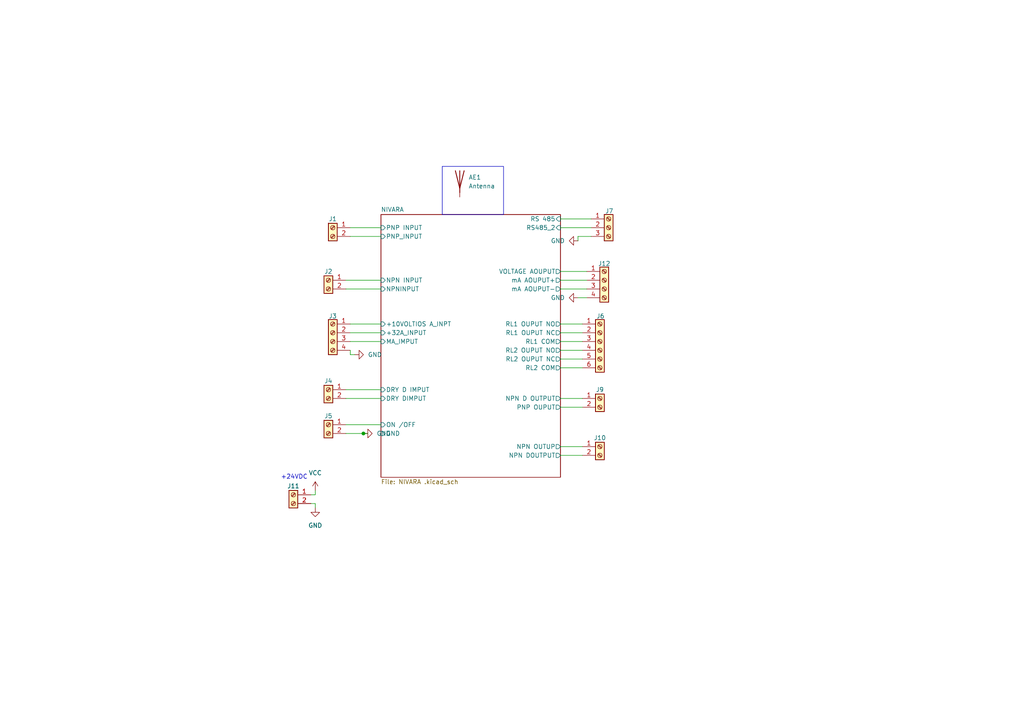
<source format=kicad_sch>
(kicad_sch
	(version 20250114)
	(generator "eeschema")
	(generator_version "9.0")
	(uuid "ff64f013-32cc-4b27-a03f-45a540688198")
	(paper "A4")
	(lib_symbols
		(symbol "Connector:Screw_Terminal_01x02"
			(pin_names
				(offset 1.016)
				(hide yes)
			)
			(exclude_from_sim no)
			(in_bom yes)
			(on_board yes)
			(property "Reference" "J"
				(at 0 2.54 0)
				(effects
					(font
						(size 1.27 1.27)
					)
				)
			)
			(property "Value" "Screw_Terminal_01x02"
				(at 0 -5.08 0)
				(effects
					(font
						(size 1.27 1.27)
					)
				)
			)
			(property "Footprint" ""
				(at 0 0 0)
				(effects
					(font
						(size 1.27 1.27)
					)
					(hide yes)
				)
			)
			(property "Datasheet" "~"
				(at 0 0 0)
				(effects
					(font
						(size 1.27 1.27)
					)
					(hide yes)
				)
			)
			(property "Description" "Generic screw terminal, single row, 01x02, script generated (kicad-library-utils/schlib/autogen/connector/)"
				(at 0 0 0)
				(effects
					(font
						(size 1.27 1.27)
					)
					(hide yes)
				)
			)
			(property "ki_keywords" "screw terminal"
				(at 0 0 0)
				(effects
					(font
						(size 1.27 1.27)
					)
					(hide yes)
				)
			)
			(property "ki_fp_filters" "TerminalBlock*:*"
				(at 0 0 0)
				(effects
					(font
						(size 1.27 1.27)
					)
					(hide yes)
				)
			)
			(symbol "Screw_Terminal_01x02_1_1"
				(rectangle
					(start -1.27 1.27)
					(end 1.27 -3.81)
					(stroke
						(width 0.254)
						(type default)
					)
					(fill
						(type background)
					)
				)
				(polyline
					(pts
						(xy -0.5334 0.3302) (xy 0.3302 -0.508)
					)
					(stroke
						(width 0.1524)
						(type default)
					)
					(fill
						(type none)
					)
				)
				(polyline
					(pts
						(xy -0.5334 -2.2098) (xy 0.3302 -3.048)
					)
					(stroke
						(width 0.1524)
						(type default)
					)
					(fill
						(type none)
					)
				)
				(polyline
					(pts
						(xy -0.3556 0.508) (xy 0.508 -0.3302)
					)
					(stroke
						(width 0.1524)
						(type default)
					)
					(fill
						(type none)
					)
				)
				(polyline
					(pts
						(xy -0.3556 -2.032) (xy 0.508 -2.8702)
					)
					(stroke
						(width 0.1524)
						(type default)
					)
					(fill
						(type none)
					)
				)
				(circle
					(center 0 0)
					(radius 0.635)
					(stroke
						(width 0.1524)
						(type default)
					)
					(fill
						(type none)
					)
				)
				(circle
					(center 0 -2.54)
					(radius 0.635)
					(stroke
						(width 0.1524)
						(type default)
					)
					(fill
						(type none)
					)
				)
				(pin passive line
					(at -5.08 0 0)
					(length 3.81)
					(name "Pin_1"
						(effects
							(font
								(size 1.27 1.27)
							)
						)
					)
					(number "1"
						(effects
							(font
								(size 1.27 1.27)
							)
						)
					)
				)
				(pin passive line
					(at -5.08 -2.54 0)
					(length 3.81)
					(name "Pin_2"
						(effects
							(font
								(size 1.27 1.27)
							)
						)
					)
					(number "2"
						(effects
							(font
								(size 1.27 1.27)
							)
						)
					)
				)
			)
			(embedded_fonts no)
		)
		(symbol "Connector:Screw_Terminal_01x03"
			(pin_names
				(offset 1.016)
				(hide yes)
			)
			(exclude_from_sim no)
			(in_bom yes)
			(on_board yes)
			(property "Reference" "J"
				(at 0 5.08 0)
				(effects
					(font
						(size 1.27 1.27)
					)
				)
			)
			(property "Value" "Screw_Terminal_01x03"
				(at 0 -5.08 0)
				(effects
					(font
						(size 1.27 1.27)
					)
				)
			)
			(property "Footprint" ""
				(at 0 0 0)
				(effects
					(font
						(size 1.27 1.27)
					)
					(hide yes)
				)
			)
			(property "Datasheet" "~"
				(at 0 0 0)
				(effects
					(font
						(size 1.27 1.27)
					)
					(hide yes)
				)
			)
			(property "Description" "Generic screw terminal, single row, 01x03, script generated (kicad-library-utils/schlib/autogen/connector/)"
				(at 0 0 0)
				(effects
					(font
						(size 1.27 1.27)
					)
					(hide yes)
				)
			)
			(property "ki_keywords" "screw terminal"
				(at 0 0 0)
				(effects
					(font
						(size 1.27 1.27)
					)
					(hide yes)
				)
			)
			(property "ki_fp_filters" "TerminalBlock*:*"
				(at 0 0 0)
				(effects
					(font
						(size 1.27 1.27)
					)
					(hide yes)
				)
			)
			(symbol "Screw_Terminal_01x03_1_1"
				(rectangle
					(start -1.27 3.81)
					(end 1.27 -3.81)
					(stroke
						(width 0.254)
						(type default)
					)
					(fill
						(type background)
					)
				)
				(polyline
					(pts
						(xy -0.5334 2.8702) (xy 0.3302 2.032)
					)
					(stroke
						(width 0.1524)
						(type default)
					)
					(fill
						(type none)
					)
				)
				(polyline
					(pts
						(xy -0.5334 0.3302) (xy 0.3302 -0.508)
					)
					(stroke
						(width 0.1524)
						(type default)
					)
					(fill
						(type none)
					)
				)
				(polyline
					(pts
						(xy -0.5334 -2.2098) (xy 0.3302 -3.048)
					)
					(stroke
						(width 0.1524)
						(type default)
					)
					(fill
						(type none)
					)
				)
				(polyline
					(pts
						(xy -0.3556 3.048) (xy 0.508 2.2098)
					)
					(stroke
						(width 0.1524)
						(type default)
					)
					(fill
						(type none)
					)
				)
				(polyline
					(pts
						(xy -0.3556 0.508) (xy 0.508 -0.3302)
					)
					(stroke
						(width 0.1524)
						(type default)
					)
					(fill
						(type none)
					)
				)
				(polyline
					(pts
						(xy -0.3556 -2.032) (xy 0.508 -2.8702)
					)
					(stroke
						(width 0.1524)
						(type default)
					)
					(fill
						(type none)
					)
				)
				(circle
					(center 0 2.54)
					(radius 0.635)
					(stroke
						(width 0.1524)
						(type default)
					)
					(fill
						(type none)
					)
				)
				(circle
					(center 0 0)
					(radius 0.635)
					(stroke
						(width 0.1524)
						(type default)
					)
					(fill
						(type none)
					)
				)
				(circle
					(center 0 -2.54)
					(radius 0.635)
					(stroke
						(width 0.1524)
						(type default)
					)
					(fill
						(type none)
					)
				)
				(pin passive line
					(at -5.08 2.54 0)
					(length 3.81)
					(name "Pin_1"
						(effects
							(font
								(size 1.27 1.27)
							)
						)
					)
					(number "1"
						(effects
							(font
								(size 1.27 1.27)
							)
						)
					)
				)
				(pin passive line
					(at -5.08 0 0)
					(length 3.81)
					(name "Pin_2"
						(effects
							(font
								(size 1.27 1.27)
							)
						)
					)
					(number "2"
						(effects
							(font
								(size 1.27 1.27)
							)
						)
					)
				)
				(pin passive line
					(at -5.08 -2.54 0)
					(length 3.81)
					(name "Pin_3"
						(effects
							(font
								(size 1.27 1.27)
							)
						)
					)
					(number "3"
						(effects
							(font
								(size 1.27 1.27)
							)
						)
					)
				)
			)
			(embedded_fonts no)
		)
		(symbol "Connector:Screw_Terminal_01x04"
			(pin_names
				(offset 1.016)
				(hide yes)
			)
			(exclude_from_sim no)
			(in_bom yes)
			(on_board yes)
			(property "Reference" "J"
				(at 0 5.08 0)
				(effects
					(font
						(size 1.27 1.27)
					)
				)
			)
			(property "Value" "Screw_Terminal_01x04"
				(at 0 -7.62 0)
				(effects
					(font
						(size 1.27 1.27)
					)
				)
			)
			(property "Footprint" ""
				(at 0 0 0)
				(effects
					(font
						(size 1.27 1.27)
					)
					(hide yes)
				)
			)
			(property "Datasheet" "~"
				(at 0 0 0)
				(effects
					(font
						(size 1.27 1.27)
					)
					(hide yes)
				)
			)
			(property "Description" "Generic screw terminal, single row, 01x04, script generated (kicad-library-utils/schlib/autogen/connector/)"
				(at 0 0 0)
				(effects
					(font
						(size 1.27 1.27)
					)
					(hide yes)
				)
			)
			(property "ki_keywords" "screw terminal"
				(at 0 0 0)
				(effects
					(font
						(size 1.27 1.27)
					)
					(hide yes)
				)
			)
			(property "ki_fp_filters" "TerminalBlock*:*"
				(at 0 0 0)
				(effects
					(font
						(size 1.27 1.27)
					)
					(hide yes)
				)
			)
			(symbol "Screw_Terminal_01x04_1_1"
				(rectangle
					(start -1.27 3.81)
					(end 1.27 -6.35)
					(stroke
						(width 0.254)
						(type default)
					)
					(fill
						(type background)
					)
				)
				(polyline
					(pts
						(xy -0.5334 2.8702) (xy 0.3302 2.032)
					)
					(stroke
						(width 0.1524)
						(type default)
					)
					(fill
						(type none)
					)
				)
				(polyline
					(pts
						(xy -0.5334 0.3302) (xy 0.3302 -0.508)
					)
					(stroke
						(width 0.1524)
						(type default)
					)
					(fill
						(type none)
					)
				)
				(polyline
					(pts
						(xy -0.5334 -2.2098) (xy 0.3302 -3.048)
					)
					(stroke
						(width 0.1524)
						(type default)
					)
					(fill
						(type none)
					)
				)
				(polyline
					(pts
						(xy -0.5334 -4.7498) (xy 0.3302 -5.588)
					)
					(stroke
						(width 0.1524)
						(type default)
					)
					(fill
						(type none)
					)
				)
				(polyline
					(pts
						(xy -0.3556 3.048) (xy 0.508 2.2098)
					)
					(stroke
						(width 0.1524)
						(type default)
					)
					(fill
						(type none)
					)
				)
				(polyline
					(pts
						(xy -0.3556 0.508) (xy 0.508 -0.3302)
					)
					(stroke
						(width 0.1524)
						(type default)
					)
					(fill
						(type none)
					)
				)
				(polyline
					(pts
						(xy -0.3556 -2.032) (xy 0.508 -2.8702)
					)
					(stroke
						(width 0.1524)
						(type default)
					)
					(fill
						(type none)
					)
				)
				(polyline
					(pts
						(xy -0.3556 -4.572) (xy 0.508 -5.4102)
					)
					(stroke
						(width 0.1524)
						(type default)
					)
					(fill
						(type none)
					)
				)
				(circle
					(center 0 2.54)
					(radius 0.635)
					(stroke
						(width 0.1524)
						(type default)
					)
					(fill
						(type none)
					)
				)
				(circle
					(center 0 0)
					(radius 0.635)
					(stroke
						(width 0.1524)
						(type default)
					)
					(fill
						(type none)
					)
				)
				(circle
					(center 0 -2.54)
					(radius 0.635)
					(stroke
						(width 0.1524)
						(type default)
					)
					(fill
						(type none)
					)
				)
				(circle
					(center 0 -5.08)
					(radius 0.635)
					(stroke
						(width 0.1524)
						(type default)
					)
					(fill
						(type none)
					)
				)
				(pin passive line
					(at -5.08 2.54 0)
					(length 3.81)
					(name "Pin_1"
						(effects
							(font
								(size 1.27 1.27)
							)
						)
					)
					(number "1"
						(effects
							(font
								(size 1.27 1.27)
							)
						)
					)
				)
				(pin passive line
					(at -5.08 0 0)
					(length 3.81)
					(name "Pin_2"
						(effects
							(font
								(size 1.27 1.27)
							)
						)
					)
					(number "2"
						(effects
							(font
								(size 1.27 1.27)
							)
						)
					)
				)
				(pin passive line
					(at -5.08 -2.54 0)
					(length 3.81)
					(name "Pin_3"
						(effects
							(font
								(size 1.27 1.27)
							)
						)
					)
					(number "3"
						(effects
							(font
								(size 1.27 1.27)
							)
						)
					)
				)
				(pin passive line
					(at -5.08 -5.08 0)
					(length 3.81)
					(name "Pin_4"
						(effects
							(font
								(size 1.27 1.27)
							)
						)
					)
					(number "4"
						(effects
							(font
								(size 1.27 1.27)
							)
						)
					)
				)
			)
			(embedded_fonts no)
		)
		(symbol "Connector:Screw_Terminal_01x06"
			(pin_names
				(offset 1.016)
				(hide yes)
			)
			(exclude_from_sim no)
			(in_bom yes)
			(on_board yes)
			(property "Reference" "J"
				(at 0 7.62 0)
				(effects
					(font
						(size 1.27 1.27)
					)
				)
			)
			(property "Value" "Screw_Terminal_01x06"
				(at 0 -10.16 0)
				(effects
					(font
						(size 1.27 1.27)
					)
				)
			)
			(property "Footprint" ""
				(at 0 0 0)
				(effects
					(font
						(size 1.27 1.27)
					)
					(hide yes)
				)
			)
			(property "Datasheet" "~"
				(at 0 0 0)
				(effects
					(font
						(size 1.27 1.27)
					)
					(hide yes)
				)
			)
			(property "Description" "Generic screw terminal, single row, 01x06, script generated (kicad-library-utils/schlib/autogen/connector/)"
				(at 0 0 0)
				(effects
					(font
						(size 1.27 1.27)
					)
					(hide yes)
				)
			)
			(property "ki_keywords" "screw terminal"
				(at 0 0 0)
				(effects
					(font
						(size 1.27 1.27)
					)
					(hide yes)
				)
			)
			(property "ki_fp_filters" "TerminalBlock*:*"
				(at 0 0 0)
				(effects
					(font
						(size 1.27 1.27)
					)
					(hide yes)
				)
			)
			(symbol "Screw_Terminal_01x06_1_1"
				(rectangle
					(start -1.27 6.35)
					(end 1.27 -8.89)
					(stroke
						(width 0.254)
						(type default)
					)
					(fill
						(type background)
					)
				)
				(polyline
					(pts
						(xy -0.5334 5.4102) (xy 0.3302 4.572)
					)
					(stroke
						(width 0.1524)
						(type default)
					)
					(fill
						(type none)
					)
				)
				(polyline
					(pts
						(xy -0.5334 2.8702) (xy 0.3302 2.032)
					)
					(stroke
						(width 0.1524)
						(type default)
					)
					(fill
						(type none)
					)
				)
				(polyline
					(pts
						(xy -0.5334 0.3302) (xy 0.3302 -0.508)
					)
					(stroke
						(width 0.1524)
						(type default)
					)
					(fill
						(type none)
					)
				)
				(polyline
					(pts
						(xy -0.5334 -2.2098) (xy 0.3302 -3.048)
					)
					(stroke
						(width 0.1524)
						(type default)
					)
					(fill
						(type none)
					)
				)
				(polyline
					(pts
						(xy -0.5334 -4.7498) (xy 0.3302 -5.588)
					)
					(stroke
						(width 0.1524)
						(type default)
					)
					(fill
						(type none)
					)
				)
				(polyline
					(pts
						(xy -0.5334 -7.2898) (xy 0.3302 -8.128)
					)
					(stroke
						(width 0.1524)
						(type default)
					)
					(fill
						(type none)
					)
				)
				(polyline
					(pts
						(xy -0.3556 5.588) (xy 0.508 4.7498)
					)
					(stroke
						(width 0.1524)
						(type default)
					)
					(fill
						(type none)
					)
				)
				(polyline
					(pts
						(xy -0.3556 3.048) (xy 0.508 2.2098)
					)
					(stroke
						(width 0.1524)
						(type default)
					)
					(fill
						(type none)
					)
				)
				(polyline
					(pts
						(xy -0.3556 0.508) (xy 0.508 -0.3302)
					)
					(stroke
						(width 0.1524)
						(type default)
					)
					(fill
						(type none)
					)
				)
				(polyline
					(pts
						(xy -0.3556 -2.032) (xy 0.508 -2.8702)
					)
					(stroke
						(width 0.1524)
						(type default)
					)
					(fill
						(type none)
					)
				)
				(polyline
					(pts
						(xy -0.3556 -4.572) (xy 0.508 -5.4102)
					)
					(stroke
						(width 0.1524)
						(type default)
					)
					(fill
						(type none)
					)
				)
				(polyline
					(pts
						(xy -0.3556 -7.112) (xy 0.508 -7.9502)
					)
					(stroke
						(width 0.1524)
						(type default)
					)
					(fill
						(type none)
					)
				)
				(circle
					(center 0 5.08)
					(radius 0.635)
					(stroke
						(width 0.1524)
						(type default)
					)
					(fill
						(type none)
					)
				)
				(circle
					(center 0 2.54)
					(radius 0.635)
					(stroke
						(width 0.1524)
						(type default)
					)
					(fill
						(type none)
					)
				)
				(circle
					(center 0 0)
					(radius 0.635)
					(stroke
						(width 0.1524)
						(type default)
					)
					(fill
						(type none)
					)
				)
				(circle
					(center 0 -2.54)
					(radius 0.635)
					(stroke
						(width 0.1524)
						(type default)
					)
					(fill
						(type none)
					)
				)
				(circle
					(center 0 -5.08)
					(radius 0.635)
					(stroke
						(width 0.1524)
						(type default)
					)
					(fill
						(type none)
					)
				)
				(circle
					(center 0 -7.62)
					(radius 0.635)
					(stroke
						(width 0.1524)
						(type default)
					)
					(fill
						(type none)
					)
				)
				(pin passive line
					(at -5.08 5.08 0)
					(length 3.81)
					(name "Pin_1"
						(effects
							(font
								(size 1.27 1.27)
							)
						)
					)
					(number "1"
						(effects
							(font
								(size 1.27 1.27)
							)
						)
					)
				)
				(pin passive line
					(at -5.08 2.54 0)
					(length 3.81)
					(name "Pin_2"
						(effects
							(font
								(size 1.27 1.27)
							)
						)
					)
					(number "2"
						(effects
							(font
								(size 1.27 1.27)
							)
						)
					)
				)
				(pin passive line
					(at -5.08 0 0)
					(length 3.81)
					(name "Pin_3"
						(effects
							(font
								(size 1.27 1.27)
							)
						)
					)
					(number "3"
						(effects
							(font
								(size 1.27 1.27)
							)
						)
					)
				)
				(pin passive line
					(at -5.08 -2.54 0)
					(length 3.81)
					(name "Pin_4"
						(effects
							(font
								(size 1.27 1.27)
							)
						)
					)
					(number "4"
						(effects
							(font
								(size 1.27 1.27)
							)
						)
					)
				)
				(pin passive line
					(at -5.08 -5.08 0)
					(length 3.81)
					(name "Pin_5"
						(effects
							(font
								(size 1.27 1.27)
							)
						)
					)
					(number "5"
						(effects
							(font
								(size 1.27 1.27)
							)
						)
					)
				)
				(pin passive line
					(at -5.08 -7.62 0)
					(length 3.81)
					(name "Pin_6"
						(effects
							(font
								(size 1.27 1.27)
							)
						)
					)
					(number "6"
						(effects
							(font
								(size 1.27 1.27)
							)
						)
					)
				)
			)
			(embedded_fonts no)
		)
		(symbol "Device:Antenna"
			(pin_numbers
				(hide yes)
			)
			(pin_names
				(offset 1.016)
				(hide yes)
			)
			(exclude_from_sim no)
			(in_bom yes)
			(on_board yes)
			(property "Reference" "AE"
				(at -1.905 1.905 0)
				(effects
					(font
						(size 1.27 1.27)
					)
					(justify right)
				)
			)
			(property "Value" "Antenna"
				(at -1.905 0 0)
				(effects
					(font
						(size 1.27 1.27)
					)
					(justify right)
				)
			)
			(property "Footprint" ""
				(at 0 0 0)
				(effects
					(font
						(size 1.27 1.27)
					)
					(hide yes)
				)
			)
			(property "Datasheet" "~"
				(at 0 0 0)
				(effects
					(font
						(size 1.27 1.27)
					)
					(hide yes)
				)
			)
			(property "Description" "Antenna"
				(at 0 0 0)
				(effects
					(font
						(size 1.27 1.27)
					)
					(hide yes)
				)
			)
			(property "ki_keywords" "antenna"
				(at 0 0 0)
				(effects
					(font
						(size 1.27 1.27)
					)
					(hide yes)
				)
			)
			(symbol "Antenna_0_1"
				(polyline
					(pts
						(xy 0 2.54) (xy 0 -3.81)
					)
					(stroke
						(width 0.254)
						(type default)
					)
					(fill
						(type none)
					)
				)
				(polyline
					(pts
						(xy 1.27 2.54) (xy 0 -2.54) (xy -1.27 2.54)
					)
					(stroke
						(width 0.254)
						(type default)
					)
					(fill
						(type none)
					)
				)
			)
			(symbol "Antenna_1_1"
				(pin input line
					(at 0 -5.08 90)
					(length 2.54)
					(name "A"
						(effects
							(font
								(size 1.27 1.27)
							)
						)
					)
					(number "1"
						(effects
							(font
								(size 1.27 1.27)
							)
						)
					)
				)
			)
			(embedded_fonts no)
		)
		(symbol "power:GND"
			(power)
			(pin_numbers
				(hide yes)
			)
			(pin_names
				(offset 0)
				(hide yes)
			)
			(exclude_from_sim no)
			(in_bom yes)
			(on_board yes)
			(property "Reference" "#PWR"
				(at 0 -6.35 0)
				(effects
					(font
						(size 1.27 1.27)
					)
					(hide yes)
				)
			)
			(property "Value" "GND"
				(at 0 -3.81 0)
				(effects
					(font
						(size 1.27 1.27)
					)
				)
			)
			(property "Footprint" ""
				(at 0 0 0)
				(effects
					(font
						(size 1.27 1.27)
					)
					(hide yes)
				)
			)
			(property "Datasheet" ""
				(at 0 0 0)
				(effects
					(font
						(size 1.27 1.27)
					)
					(hide yes)
				)
			)
			(property "Description" "Power symbol creates a global label with name \"GND\" , ground"
				(at 0 0 0)
				(effects
					(font
						(size 1.27 1.27)
					)
					(hide yes)
				)
			)
			(property "ki_keywords" "global power"
				(at 0 0 0)
				(effects
					(font
						(size 1.27 1.27)
					)
					(hide yes)
				)
			)
			(symbol "GND_0_1"
				(polyline
					(pts
						(xy 0 0) (xy 0 -1.27) (xy 1.27 -1.27) (xy 0 -2.54) (xy -1.27 -1.27) (xy 0 -1.27)
					)
					(stroke
						(width 0)
						(type default)
					)
					(fill
						(type none)
					)
				)
			)
			(symbol "GND_1_1"
				(pin power_in line
					(at 0 0 270)
					(length 0)
					(name "~"
						(effects
							(font
								(size 1.27 1.27)
							)
						)
					)
					(number "1"
						(effects
							(font
								(size 1.27 1.27)
							)
						)
					)
				)
			)
			(embedded_fonts no)
		)
		(symbol "power:VCC"
			(power)
			(pin_numbers
				(hide yes)
			)
			(pin_names
				(offset 0)
				(hide yes)
			)
			(exclude_from_sim no)
			(in_bom yes)
			(on_board yes)
			(property "Reference" "#PWR"
				(at 0 -3.81 0)
				(effects
					(font
						(size 1.27 1.27)
					)
					(hide yes)
				)
			)
			(property "Value" "VCC"
				(at 0 3.556 0)
				(effects
					(font
						(size 1.27 1.27)
					)
				)
			)
			(property "Footprint" ""
				(at 0 0 0)
				(effects
					(font
						(size 1.27 1.27)
					)
					(hide yes)
				)
			)
			(property "Datasheet" ""
				(at 0 0 0)
				(effects
					(font
						(size 1.27 1.27)
					)
					(hide yes)
				)
			)
			(property "Description" "Power symbol creates a global label with name \"VCC\""
				(at 0 0 0)
				(effects
					(font
						(size 1.27 1.27)
					)
					(hide yes)
				)
			)
			(property "ki_keywords" "global power"
				(at 0 0 0)
				(effects
					(font
						(size 1.27 1.27)
					)
					(hide yes)
				)
			)
			(symbol "VCC_0_1"
				(polyline
					(pts
						(xy -0.762 1.27) (xy 0 2.54)
					)
					(stroke
						(width 0)
						(type default)
					)
					(fill
						(type none)
					)
				)
				(polyline
					(pts
						(xy 0 2.54) (xy 0.762 1.27)
					)
					(stroke
						(width 0)
						(type default)
					)
					(fill
						(type none)
					)
				)
				(polyline
					(pts
						(xy 0 0) (xy 0 2.54)
					)
					(stroke
						(width 0)
						(type default)
					)
					(fill
						(type none)
					)
				)
			)
			(symbol "VCC_1_1"
				(pin power_in line
					(at 0 0 90)
					(length 0)
					(name "~"
						(effects
							(font
								(size 1.27 1.27)
							)
						)
					)
					(number "1"
						(effects
							(font
								(size 1.27 1.27)
							)
						)
					)
				)
			)
			(embedded_fonts no)
		)
	)
	(rectangle
		(start 128.27 48.26)
		(end 146.05 62.23)
		(stroke
			(width 0)
			(type default)
		)
		(fill
			(type none)
		)
		(uuid 191c3725-44f4-43c6-aa46-dbac6d7349d3)
	)
	(text "+24VDC\n"
		(exclude_from_sim no)
		(at 85.344 138.43 0)
		(effects
			(font
				(size 1.27 1.27)
			)
		)
		(uuid "69c6c460-ac25-4afc-a1c9-7cbb11c48383")
	)
	(junction
		(at 105.41 125.73)
		(diameter 0)
		(color 0 0 0 0)
		(uuid "fdafb310-a8a0-4b24-a81d-35bb5b9bf443")
	)
	(wire
		(pts
			(xy 91.44 146.05) (xy 91.44 147.32)
		)
		(stroke
			(width 0)
			(type default)
		)
		(uuid "122dc581-6c67-4f05-8a15-617935679049")
	)
	(wire
		(pts
			(xy 162.56 106.68) (xy 168.91 106.68)
		)
		(stroke
			(width 0)
			(type default)
		)
		(uuid "16d74a45-2b7a-40d0-b930-def31c7099b5")
	)
	(wire
		(pts
			(xy 101.6 99.06) (xy 110.49 99.06)
		)
		(stroke
			(width 0)
			(type default)
		)
		(uuid "21e89d68-bf72-4fd2-8352-a661bcde41eb")
	)
	(wire
		(pts
			(xy 162.56 129.54) (xy 168.91 129.54)
		)
		(stroke
			(width 0)
			(type default)
		)
		(uuid "2450a330-b223-495b-b9d7-3babef97960f")
	)
	(wire
		(pts
			(xy 105.41 125.73) (xy 106.68 125.73)
		)
		(stroke
			(width 0)
			(type default)
		)
		(uuid "26c05254-712c-439e-a35d-1aa5dc907010")
	)
	(wire
		(pts
			(xy 167.64 68.58) (xy 171.45 68.58)
		)
		(stroke
			(width 0)
			(type default)
		)
		(uuid "2cfef453-8055-435e-878b-f8f1781984b5")
	)
	(wire
		(pts
			(xy 162.56 101.6) (xy 168.91 101.6)
		)
		(stroke
			(width 0)
			(type default)
		)
		(uuid "36d1111a-0921-4e69-aa92-b8e92d891e4e")
	)
	(wire
		(pts
			(xy 100.33 125.73) (xy 105.41 125.73)
		)
		(stroke
			(width 0)
			(type default)
		)
		(uuid "530efeb5-cc8b-44fa-84f6-ad01c97491d2")
	)
	(wire
		(pts
			(xy 90.17 143.51) (xy 91.44 143.51)
		)
		(stroke
			(width 0)
			(type default)
		)
		(uuid "5a9630c2-5df3-49ac-840c-c743bc4a0107")
	)
	(wire
		(pts
			(xy 101.6 101.6) (xy 101.6 102.87)
		)
		(stroke
			(width 0)
			(type default)
		)
		(uuid "61afeff7-55f2-4e80-98c1-e8f18ee04901")
	)
	(wire
		(pts
			(xy 90.17 146.05) (xy 91.44 146.05)
		)
		(stroke
			(width 0)
			(type default)
		)
		(uuid "706e02ef-5ee4-4648-b2e6-ba4dc24fde3b")
	)
	(wire
		(pts
			(xy 101.6 66.04) (xy 110.49 66.04)
		)
		(stroke
			(width 0)
			(type default)
		)
		(uuid "82f3ec5e-15c7-448f-bc88-568646777a3b")
	)
	(wire
		(pts
			(xy 162.56 96.52) (xy 168.91 96.52)
		)
		(stroke
			(width 0)
			(type default)
		)
		(uuid "879089b3-b6a3-42d9-8c59-ba880093fd0c")
	)
	(wire
		(pts
			(xy 162.56 118.11) (xy 168.91 118.11)
		)
		(stroke
			(width 0)
			(type default)
		)
		(uuid "9167e376-f506-4398-b45f-2926e0ea6967")
	)
	(wire
		(pts
			(xy 167.64 86.36) (xy 170.18 86.36)
		)
		(stroke
			(width 0)
			(type default)
		)
		(uuid "91748080-4856-4a66-8d69-903324405744")
	)
	(wire
		(pts
			(xy 101.6 96.52) (xy 110.49 96.52)
		)
		(stroke
			(width 0)
			(type default)
		)
		(uuid "9c24a0a6-3146-43d5-ba85-e75a086f6fd8")
	)
	(wire
		(pts
			(xy 162.56 83.82) (xy 170.18 83.82)
		)
		(stroke
			(width 0)
			(type default)
		)
		(uuid "9ff3290e-6047-4175-97df-14826d66791b")
	)
	(wire
		(pts
			(xy 100.33 81.28) (xy 110.49 81.28)
		)
		(stroke
			(width 0)
			(type default)
		)
		(uuid "a2a014c4-0232-4e1a-a5a3-65f2953daef0")
	)
	(wire
		(pts
			(xy 100.33 113.03) (xy 110.49 113.03)
		)
		(stroke
			(width 0)
			(type default)
		)
		(uuid "a6406aeb-cbc8-4039-ad86-9cccb407b355")
	)
	(wire
		(pts
			(xy 100.33 115.57) (xy 110.49 115.57)
		)
		(stroke
			(width 0)
			(type default)
		)
		(uuid "ac776939-02b7-4a61-9a78-0857114662ff")
	)
	(wire
		(pts
			(xy 101.6 93.98) (xy 110.49 93.98)
		)
		(stroke
			(width 0)
			(type default)
		)
		(uuid "adf30116-15d4-4020-aa1b-ebcb3551eb08")
	)
	(wire
		(pts
			(xy 162.56 66.04) (xy 171.45 66.04)
		)
		(stroke
			(width 0)
			(type default)
		)
		(uuid "c3c9b0fc-4e07-4ee9-817b-d882843ba973")
	)
	(wire
		(pts
			(xy 167.64 68.58) (xy 167.64 69.85)
		)
		(stroke
			(width 0)
			(type default)
		)
		(uuid "ced0145b-e3e0-4794-b330-4eb1211740d2")
	)
	(wire
		(pts
			(xy 162.56 78.74) (xy 170.18 78.74)
		)
		(stroke
			(width 0)
			(type default)
		)
		(uuid "d4f35e0c-304e-42cb-a50e-a2448599e0d3")
	)
	(wire
		(pts
			(xy 101.6 102.87) (xy 102.87 102.87)
		)
		(stroke
			(width 0)
			(type default)
		)
		(uuid "d7b6eb68-d914-49bf-b6d7-2e582938d3de")
	)
	(wire
		(pts
			(xy 162.56 132.08) (xy 168.91 132.08)
		)
		(stroke
			(width 0)
			(type default)
		)
		(uuid "db5f9439-8e07-4741-b163-3b908aaeabc3")
	)
	(wire
		(pts
			(xy 101.6 68.58) (xy 110.49 68.58)
		)
		(stroke
			(width 0)
			(type default)
		)
		(uuid "e07698ee-5f3f-489d-951d-28ec605fc451")
	)
	(wire
		(pts
			(xy 100.33 123.19) (xy 110.49 123.19)
		)
		(stroke
			(width 0)
			(type default)
		)
		(uuid "e4ebbd01-601a-45b2-bdc7-39670b2260f8")
	)
	(wire
		(pts
			(xy 162.56 81.28) (xy 170.18 81.28)
		)
		(stroke
			(width 0)
			(type default)
		)
		(uuid "e54b7a58-717b-4180-8622-363ef24136ce")
	)
	(wire
		(pts
			(xy 162.56 99.06) (xy 168.91 99.06)
		)
		(stroke
			(width 0)
			(type default)
		)
		(uuid "ea34637b-f510-4122-aa27-24e316267039")
	)
	(wire
		(pts
			(xy 162.56 93.98) (xy 168.91 93.98)
		)
		(stroke
			(width 0)
			(type default)
		)
		(uuid "eb7e2c21-c51c-4af8-8c33-6538e93920b4")
	)
	(wire
		(pts
			(xy 162.56 115.57) (xy 168.91 115.57)
		)
		(stroke
			(width 0)
			(type default)
		)
		(uuid "ec619c7c-be89-44bf-8c6a-9ace9419ea4e")
	)
	(wire
		(pts
			(xy 91.44 143.51) (xy 91.44 142.24)
		)
		(stroke
			(width 0)
			(type default)
		)
		(uuid "f1b32046-1b0b-4865-9ff8-dea8a85783e1")
	)
	(wire
		(pts
			(xy 162.56 63.5) (xy 171.45 63.5)
		)
		(stroke
			(width 0)
			(type default)
		)
		(uuid "f65b3e1c-1e10-412a-9e19-f3f72e84ccfe")
	)
	(wire
		(pts
			(xy 162.56 104.14) (xy 168.91 104.14)
		)
		(stroke
			(width 0)
			(type default)
		)
		(uuid "f664ceeb-8181-4157-a771-4be7957b8e55")
	)
	(wire
		(pts
			(xy 100.33 83.82) (xy 110.49 83.82)
		)
		(stroke
			(width 0)
			(type default)
		)
		(uuid "fcdebf36-2221-4f3a-b230-f401e0cfefc9")
	)
	(symbol
		(lib_id "power:VCC")
		(at 91.44 142.24 0)
		(unit 1)
		(exclude_from_sim no)
		(in_bom yes)
		(on_board yes)
		(dnp no)
		(fields_autoplaced yes)
		(uuid "1e53e5bd-56a3-4d24-97fb-11a08909ca79")
		(property "Reference" "#PWR7"
			(at 91.44 146.05 0)
			(effects
				(font
					(size 1.27 1.27)
				)
				(hide yes)
			)
		)
		(property "Value" "VCC"
			(at 91.44 137.16 0)
			(effects
				(font
					(size 1.27 1.27)
				)
			)
		)
		(property "Footprint" ""
			(at 91.44 142.24 0)
			(effects
				(font
					(size 1.27 1.27)
				)
				(hide yes)
			)
		)
		(property "Datasheet" ""
			(at 91.44 142.24 0)
			(effects
				(font
					(size 1.27 1.27)
				)
				(hide yes)
			)
		)
		(property "Description" "Power symbol creates a global label with name \"VCC\""
			(at 91.44 142.24 0)
			(effects
				(font
					(size 1.27 1.27)
				)
				(hide yes)
			)
		)
		(pin "1"
			(uuid "e4492db2-ae95-46b0-9932-e9d8917c94cb")
		)
		(instances
			(project "NIVARA"
				(path "/ff64f013-32cc-4b27-a03f-45a540688198"
					(reference "#PWR7")
					(unit 1)
				)
			)
		)
	)
	(symbol
		(lib_id "Connector:Screw_Terminal_01x02")
		(at 96.52 66.04 0)
		(mirror y)
		(unit 1)
		(exclude_from_sim no)
		(in_bom yes)
		(on_board yes)
		(dnp no)
		(uuid "23cb04ea-b6d7-4be3-99d4-656445034b53")
		(property "Reference" "J1"
			(at 96.52 63.5 0)
			(effects
				(font
					(size 1.27 1.27)
				)
			)
		)
		(property "Value" "Screw_Terminal_01x02"
			(at 96.52 62.23 0)
			(effects
				(font
					(size 1.27 1.27)
				)
				(hide yes)
			)
		)
		(property "Footprint" "TerminalBlock_4Ucon:TerminalBlock_4Ucon_1x02_P3.50mm_Horizontal"
			(at 96.52 66.04 0)
			(effects
				(font
					(size 1.27 1.27)
				)
				(hide yes)
			)
		)
		(property "Datasheet" "~"
			(at 96.52 66.04 0)
			(effects
				(font
					(size 1.27 1.27)
				)
				(hide yes)
			)
		)
		(property "Description" "Generic screw terminal, single row, 01x02, script generated (kicad-library-utils/schlib/autogen/connector/)"
			(at 96.52 66.04 0)
			(effects
				(font
					(size 1.27 1.27)
				)
				(hide yes)
			)
		)
		(pin "2"
			(uuid "113ee9fa-d7b2-4e53-979d-8bbd350a5a6d")
		)
		(pin "1"
			(uuid "251deede-d7fb-4a26-8f7b-f8f3876f3c20")
		)
		(instances
			(project "NIVARA"
				(path "/ff64f013-32cc-4b27-a03f-45a540688198"
					(reference "J1")
					(unit 1)
				)
			)
		)
	)
	(symbol
		(lib_id "power:GND")
		(at 167.64 86.36 270)
		(unit 1)
		(exclude_from_sim no)
		(in_bom yes)
		(on_board yes)
		(dnp no)
		(fields_autoplaced yes)
		(uuid "2456bf3a-0e0b-4bcd-b197-696d38d5f7d6")
		(property "Reference" "#PWR5"
			(at 161.29 86.36 0)
			(effects
				(font
					(size 1.27 1.27)
				)
				(hide yes)
			)
		)
		(property "Value" "GND"
			(at 163.83 86.3599 90)
			(effects
				(font
					(size 1.27 1.27)
				)
				(justify right)
			)
		)
		(property "Footprint" ""
			(at 167.64 86.36 0)
			(effects
				(font
					(size 1.27 1.27)
				)
				(hide yes)
			)
		)
		(property "Datasheet" ""
			(at 167.64 86.36 0)
			(effects
				(font
					(size 1.27 1.27)
				)
				(hide yes)
			)
		)
		(property "Description" "Power symbol creates a global label with name \"GND\" , ground"
			(at 167.64 86.36 0)
			(effects
				(font
					(size 1.27 1.27)
				)
				(hide yes)
			)
		)
		(pin "1"
			(uuid "c31accbf-8a00-4fd2-a8ae-899e4e6d4770")
		)
		(instances
			(project "NIVARA"
				(path "/ff64f013-32cc-4b27-a03f-45a540688198"
					(reference "#PWR5")
					(unit 1)
				)
			)
		)
	)
	(symbol
		(lib_id "Connector:Screw_Terminal_01x04")
		(at 175.26 81.28 0)
		(unit 1)
		(exclude_from_sim no)
		(in_bom yes)
		(on_board yes)
		(dnp no)
		(uuid "4e39cab3-8e45-42b5-b750-0fd659452d2a")
		(property "Reference" "J12"
			(at 175.26 76.454 0)
			(effects
				(font
					(size 1.27 1.27)
				)
			)
		)
		(property "Value" "Screw_Terminal_01x04"
			(at 175.26 74.93 0)
			(effects
				(font
					(size 1.27 1.27)
				)
				(hide yes)
			)
		)
		(property "Footprint" "TerminalBlock_4Ucon:TerminalBlock_4Ucon_1x04_P3.50mm_Horizontal"
			(at 175.26 81.28 0)
			(effects
				(font
					(size 1.27 1.27)
				)
				(hide yes)
			)
		)
		(property "Datasheet" "~"
			(at 175.26 81.28 0)
			(effects
				(font
					(size 1.27 1.27)
				)
				(hide yes)
			)
		)
		(property "Description" "Generic screw terminal, single row, 01x04, script generated (kicad-library-utils/schlib/autogen/connector/)"
			(at 175.26 81.28 0)
			(effects
				(font
					(size 1.27 1.27)
				)
				(hide yes)
			)
		)
		(pin "4"
			(uuid "2a2be40e-bb11-4948-b366-2e9badc28bb9")
		)
		(pin "2"
			(uuid "073ed034-b70e-4cfd-b579-3a7d8819799a")
		)
		(pin "1"
			(uuid "d5c2a25d-7a51-4a2d-8c6b-cc8c18aacfee")
		)
		(pin "3"
			(uuid "c7d1a22e-dbdd-4312-aad1-d7b7d49daf86")
		)
		(instances
			(project "NIVARA"
				(path "/ff64f013-32cc-4b27-a03f-45a540688198"
					(reference "J12")
					(unit 1)
				)
			)
		)
	)
	(symbol
		(lib_id "Connector:Screw_Terminal_01x06")
		(at 173.99 99.06 0)
		(unit 1)
		(exclude_from_sim no)
		(in_bom yes)
		(on_board yes)
		(dnp no)
		(uuid "52b6dd90-d391-43df-a165-f2203c7f7801")
		(property "Reference" "J6"
			(at 172.974 91.694 0)
			(effects
				(font
					(size 1.27 1.27)
				)
				(justify left)
			)
		)
		(property "Value" "Screw_Terminal_01x06"
			(at 176.53 101.5999 0)
			(effects
				(font
					(size 1.27 1.27)
				)
				(justify left)
				(hide yes)
			)
		)
		(property "Footprint" "TerminalBlock_4Ucon:TerminalBlock_4Ucon_1x06_P3.50mm_Horizontal"
			(at 173.99 99.06 0)
			(effects
				(font
					(size 1.27 1.27)
				)
				(hide yes)
			)
		)
		(property "Datasheet" "~"
			(at 173.99 99.06 0)
			(effects
				(font
					(size 1.27 1.27)
				)
				(hide yes)
			)
		)
		(property "Description" "Generic screw terminal, single row, 01x06, script generated (kicad-library-utils/schlib/autogen/connector/)"
			(at 173.99 99.06 0)
			(effects
				(font
					(size 1.27 1.27)
				)
				(hide yes)
			)
		)
		(pin "5"
			(uuid "1610c29f-c5ef-446e-85af-e0a0110a3881")
		)
		(pin "6"
			(uuid "f9491002-2900-4319-8b17-125a5c769f98")
		)
		(pin "1"
			(uuid "1055ab09-5992-4b65-8079-5b757e02639e")
		)
		(pin "2"
			(uuid "30997bb1-9735-4a58-92e4-5e62928263e3")
		)
		(pin "3"
			(uuid "bdf546da-f5b4-4352-8375-23c39e1d3af4")
		)
		(pin "4"
			(uuid "44ef8b34-0711-481f-b6c7-2732a3aa797b")
		)
		(instances
			(project "NIVARA"
				(path "/ff64f013-32cc-4b27-a03f-45a540688198"
					(reference "J6")
					(unit 1)
				)
			)
		)
	)
	(symbol
		(lib_id "Connector:Screw_Terminal_01x02")
		(at 95.25 123.19 0)
		(mirror y)
		(unit 1)
		(exclude_from_sim no)
		(in_bom yes)
		(on_board yes)
		(dnp no)
		(uuid "574ebf57-d562-4a3b-af00-ed4227ad6dfc")
		(property "Reference" "J5"
			(at 95.25 120.65 0)
			(effects
				(font
					(size 1.27 1.27)
				)
			)
		)
		(property "Value" "Screw_Terminal_01x02"
			(at 95.25 119.38 0)
			(effects
				(font
					(size 1.27 1.27)
				)
				(hide yes)
			)
		)
		(property "Footprint" "TerminalBlock_4Ucon:TerminalBlock_4Ucon_1x02_P3.50mm_Horizontal"
			(at 95.25 123.19 0)
			(effects
				(font
					(size 1.27 1.27)
				)
				(hide yes)
			)
		)
		(property "Datasheet" "~"
			(at 95.25 123.19 0)
			(effects
				(font
					(size 1.27 1.27)
				)
				(hide yes)
			)
		)
		(property "Description" "Generic screw terminal, single row, 01x02, script generated (kicad-library-utils/schlib/autogen/connector/)"
			(at 95.25 123.19 0)
			(effects
				(font
					(size 1.27 1.27)
				)
				(hide yes)
			)
		)
		(pin "2"
			(uuid "1e4b2b9f-4a85-450e-9778-3bc3bc4cce59")
		)
		(pin "1"
			(uuid "bb4db1d6-7125-4dc1-9f05-210efcd73553")
		)
		(instances
			(project "NIVARA"
				(path "/ff64f013-32cc-4b27-a03f-45a540688198"
					(reference "J5")
					(unit 1)
				)
			)
		)
	)
	(symbol
		(lib_id "Connector:Screw_Terminal_01x02")
		(at 95.25 81.28 0)
		(mirror y)
		(unit 1)
		(exclude_from_sim no)
		(in_bom yes)
		(on_board yes)
		(dnp no)
		(uuid "633bfdb2-b362-4639-9b7f-d8a3e5810443")
		(property "Reference" "J2"
			(at 95.25 78.74 0)
			(effects
				(font
					(size 1.27 1.27)
				)
			)
		)
		(property "Value" "Screw_Terminal_01x02"
			(at 95.25 77.47 0)
			(effects
				(font
					(size 1.27 1.27)
				)
				(hide yes)
			)
		)
		(property "Footprint" "TerminalBlock_4Ucon:TerminalBlock_4Ucon_1x02_P3.50mm_Horizontal"
			(at 95.25 81.28 0)
			(effects
				(font
					(size 1.27 1.27)
				)
				(hide yes)
			)
		)
		(property "Datasheet" "~"
			(at 95.25 81.28 0)
			(effects
				(font
					(size 1.27 1.27)
				)
				(hide yes)
			)
		)
		(property "Description" "Generic screw terminal, single row, 01x02, script generated (kicad-library-utils/schlib/autogen/connector/)"
			(at 95.25 81.28 0)
			(effects
				(font
					(size 1.27 1.27)
				)
				(hide yes)
			)
		)
		(pin "2"
			(uuid "0bd5e5d5-a9ec-486e-aee6-46eeebd0b23f")
		)
		(pin "1"
			(uuid "7f330441-e303-4a02-a67b-7f2b3f5cc7d3")
		)
		(instances
			(project "NIVARA"
				(path "/ff64f013-32cc-4b27-a03f-45a540688198"
					(reference "J2")
					(unit 1)
				)
			)
		)
	)
	(symbol
		(lib_id "power:GND")
		(at 105.41 125.73 90)
		(unit 1)
		(exclude_from_sim no)
		(in_bom yes)
		(on_board yes)
		(dnp no)
		(fields_autoplaced yes)
		(uuid "972653f8-a29d-42fd-8daa-0161d6fa6dd7")
		(property "Reference" "#PWR3"
			(at 111.76 125.73 0)
			(effects
				(font
					(size 1.27 1.27)
				)
				(hide yes)
			)
		)
		(property "Value" "GND"
			(at 109.22 125.7299 90)
			(effects
				(font
					(size 1.27 1.27)
				)
				(justify right)
			)
		)
		(property "Footprint" ""
			(at 105.41 125.73 0)
			(effects
				(font
					(size 1.27 1.27)
				)
				(hide yes)
			)
		)
		(property "Datasheet" ""
			(at 105.41 125.73 0)
			(effects
				(font
					(size 1.27 1.27)
				)
				(hide yes)
			)
		)
		(property "Description" "Power symbol creates a global label with name \"GND\" , ground"
			(at 105.41 125.73 0)
			(effects
				(font
					(size 1.27 1.27)
				)
				(hide yes)
			)
		)
		(pin "1"
			(uuid "0255c137-c8d9-4ebd-8eac-fb45b49263be")
		)
		(instances
			(project "NIVARA"
				(path "/ff64f013-32cc-4b27-a03f-45a540688198"
					(reference "#PWR3")
					(unit 1)
				)
			)
		)
	)
	(symbol
		(lib_id "Connector:Screw_Terminal_01x04")
		(at 96.52 96.52 0)
		(mirror y)
		(unit 1)
		(exclude_from_sim no)
		(in_bom yes)
		(on_board yes)
		(dnp no)
		(uuid "a1c24f85-a8ba-4552-9324-32bd4a843b50")
		(property "Reference" "J3"
			(at 96.52 91.694 0)
			(effects
				(font
					(size 1.27 1.27)
				)
			)
		)
		(property "Value" "Screw_Terminal_01x04"
			(at 96.52 90.17 0)
			(effects
				(font
					(size 1.27 1.27)
				)
				(hide yes)
			)
		)
		(property "Footprint" "TerminalBlock_4Ucon:TerminalBlock_4Ucon_1x04_P3.50mm_Horizontal"
			(at 96.52 96.52 0)
			(effects
				(font
					(size 1.27 1.27)
				)
				(hide yes)
			)
		)
		(property "Datasheet" "~"
			(at 96.52 96.52 0)
			(effects
				(font
					(size 1.27 1.27)
				)
				(hide yes)
			)
		)
		(property "Description" "Generic screw terminal, single row, 01x04, script generated (kicad-library-utils/schlib/autogen/connector/)"
			(at 96.52 96.52 0)
			(effects
				(font
					(size 1.27 1.27)
				)
				(hide yes)
			)
		)
		(pin "4"
			(uuid "9625e74e-0fe1-4fc3-b634-e192a95bb4a2")
		)
		(pin "2"
			(uuid "f4f4d2e6-ec73-45dd-a4c9-5001bf03920a")
		)
		(pin "1"
			(uuid "699c03c3-41a2-43a4-8d0d-825e4769e048")
		)
		(pin "3"
			(uuid "d4393adc-d3f2-405f-a63c-913ce3cde4e7")
		)
		(instances
			(project "NIVARA"
				(path "/ff64f013-32cc-4b27-a03f-45a540688198"
					(reference "J3")
					(unit 1)
				)
			)
		)
	)
	(symbol
		(lib_id "power:GND")
		(at 91.44 147.32 0)
		(unit 1)
		(exclude_from_sim no)
		(in_bom yes)
		(on_board yes)
		(dnp no)
		(fields_autoplaced yes)
		(uuid "be999b06-0237-4b1a-827b-171738b6de21")
		(property "Reference" "#PWR6"
			(at 91.44 153.67 0)
			(effects
				(font
					(size 1.27 1.27)
				)
				(hide yes)
			)
		)
		(property "Value" "GND"
			(at 91.44 152.4 0)
			(effects
				(font
					(size 1.27 1.27)
				)
			)
		)
		(property "Footprint" ""
			(at 91.44 147.32 0)
			(effects
				(font
					(size 1.27 1.27)
				)
				(hide yes)
			)
		)
		(property "Datasheet" ""
			(at 91.44 147.32 0)
			(effects
				(font
					(size 1.27 1.27)
				)
				(hide yes)
			)
		)
		(property "Description" "Power symbol creates a global label with name \"GND\" , ground"
			(at 91.44 147.32 0)
			(effects
				(font
					(size 1.27 1.27)
				)
				(hide yes)
			)
		)
		(pin "1"
			(uuid "1444e1c4-e78b-4eac-b4d5-2467a22ae772")
		)
		(instances
			(project "NIVARA"
				(path "/ff64f013-32cc-4b27-a03f-45a540688198"
					(reference "#PWR6")
					(unit 1)
				)
			)
		)
	)
	(symbol
		(lib_id "Connector:Screw_Terminal_01x02")
		(at 173.99 115.57 0)
		(unit 1)
		(exclude_from_sim no)
		(in_bom yes)
		(on_board yes)
		(dnp no)
		(uuid "c9b3549b-d3dd-4098-bc94-f0fb0a0b2469")
		(property "Reference" "J9"
			(at 173.99 113.03 0)
			(effects
				(font
					(size 1.27 1.27)
				)
			)
		)
		(property "Value" "Screw_Terminal_01x02"
			(at 173.99 111.76 0)
			(effects
				(font
					(size 1.27 1.27)
				)
				(hide yes)
			)
		)
		(property "Footprint" "TerminalBlock_4Ucon:TerminalBlock_4Ucon_1x02_P3.50mm_Horizontal"
			(at 173.99 115.57 0)
			(effects
				(font
					(size 1.27 1.27)
				)
				(hide yes)
			)
		)
		(property "Datasheet" "~"
			(at 173.99 115.57 0)
			(effects
				(font
					(size 1.27 1.27)
				)
				(hide yes)
			)
		)
		(property "Description" "Generic screw terminal, single row, 01x02, script generated (kicad-library-utils/schlib/autogen/connector/)"
			(at 173.99 115.57 0)
			(effects
				(font
					(size 1.27 1.27)
				)
				(hide yes)
			)
		)
		(pin "2"
			(uuid "52ab7a7b-fb36-474f-be1b-d4b378de91bd")
		)
		(pin "1"
			(uuid "82b6980a-2930-46cb-971b-6986c2a6cc5b")
		)
		(instances
			(project "NIVARA"
				(path "/ff64f013-32cc-4b27-a03f-45a540688198"
					(reference "J9")
					(unit 1)
				)
			)
		)
	)
	(symbol
		(lib_id "Connector:Screw_Terminal_01x02")
		(at 173.99 129.54 0)
		(unit 1)
		(exclude_from_sim no)
		(in_bom yes)
		(on_board yes)
		(dnp no)
		(uuid "cc815ee8-5d6c-4465-9593-c9a8064a8dda")
		(property "Reference" "J10"
			(at 173.99 127 0)
			(effects
				(font
					(size 1.27 1.27)
				)
			)
		)
		(property "Value" "Screw_Terminal_01x02"
			(at 173.99 125.73 0)
			(effects
				(font
					(size 1.27 1.27)
				)
				(hide yes)
			)
		)
		(property "Footprint" "TerminalBlock_4Ucon:TerminalBlock_4Ucon_1x02_P3.50mm_Horizontal"
			(at 173.99 129.54 0)
			(effects
				(font
					(size 1.27 1.27)
				)
				(hide yes)
			)
		)
		(property "Datasheet" "~"
			(at 173.99 129.54 0)
			(effects
				(font
					(size 1.27 1.27)
				)
				(hide yes)
			)
		)
		(property "Description" "Generic screw terminal, single row, 01x02, script generated (kicad-library-utils/schlib/autogen/connector/)"
			(at 173.99 129.54 0)
			(effects
				(font
					(size 1.27 1.27)
				)
				(hide yes)
			)
		)
		(pin "2"
			(uuid "b9241e14-3bb1-4cff-af6f-77fc0debc27a")
		)
		(pin "1"
			(uuid "8317da39-43d2-40bb-a3d5-0783ade646a3")
		)
		(instances
			(project "NIVARA"
				(path "/ff64f013-32cc-4b27-a03f-45a540688198"
					(reference "J10")
					(unit 1)
				)
			)
		)
	)
	(symbol
		(lib_id "power:GND")
		(at 167.64 69.85 270)
		(unit 1)
		(exclude_from_sim no)
		(in_bom yes)
		(on_board yes)
		(dnp no)
		(fields_autoplaced yes)
		(uuid "cdda0e28-d54a-450e-9667-81f9256199ae")
		(property "Reference" "#PWR4"
			(at 161.29 69.85 0)
			(effects
				(font
					(size 1.27 1.27)
				)
				(hide yes)
			)
		)
		(property "Value" "GND"
			(at 163.83 69.8499 90)
			(effects
				(font
					(size 1.27 1.27)
				)
				(justify right)
			)
		)
		(property "Footprint" ""
			(at 167.64 69.85 0)
			(effects
				(font
					(size 1.27 1.27)
				)
				(hide yes)
			)
		)
		(property "Datasheet" ""
			(at 167.64 69.85 0)
			(effects
				(font
					(size 1.27 1.27)
				)
				(hide yes)
			)
		)
		(property "Description" "Power symbol creates a global label with name \"GND\" , ground"
			(at 167.64 69.85 0)
			(effects
				(font
					(size 1.27 1.27)
				)
				(hide yes)
			)
		)
		(pin "1"
			(uuid "0f668af4-cdaa-4c71-82cd-92360946d9d6")
		)
		(instances
			(project "NIVARA"
				(path "/ff64f013-32cc-4b27-a03f-45a540688198"
					(reference "#PWR4")
					(unit 1)
				)
			)
		)
	)
	(symbol
		(lib_id "Connector:Screw_Terminal_01x02")
		(at 95.25 113.03 0)
		(mirror y)
		(unit 1)
		(exclude_from_sim no)
		(in_bom yes)
		(on_board yes)
		(dnp no)
		(uuid "eca64d68-1956-4399-933d-9046dab50c68")
		(property "Reference" "J4"
			(at 95.25 110.49 0)
			(effects
				(font
					(size 1.27 1.27)
				)
			)
		)
		(property "Value" "Screw_Terminal_01x02"
			(at 95.25 109.22 0)
			(effects
				(font
					(size 1.27 1.27)
				)
				(hide yes)
			)
		)
		(property "Footprint" "TerminalBlock_4Ucon:TerminalBlock_4Ucon_1x02_P3.50mm_Horizontal"
			(at 95.25 113.03 0)
			(effects
				(font
					(size 1.27 1.27)
				)
				(hide yes)
			)
		)
		(property "Datasheet" "~"
			(at 95.25 113.03 0)
			(effects
				(font
					(size 1.27 1.27)
				)
				(hide yes)
			)
		)
		(property "Description" "Generic screw terminal, single row, 01x02, script generated (kicad-library-utils/schlib/autogen/connector/)"
			(at 95.25 113.03 0)
			(effects
				(font
					(size 1.27 1.27)
				)
				(hide yes)
			)
		)
		(pin "2"
			(uuid "c521a0a0-485e-4309-83d3-bd518e5e5fe4")
		)
		(pin "1"
			(uuid "824307ec-bc83-4f29-9ded-a0bcb3338691")
		)
		(instances
			(project "NIVARA"
				(path "/ff64f013-32cc-4b27-a03f-45a540688198"
					(reference "J4")
					(unit 1)
				)
			)
		)
	)
	(symbol
		(lib_id "power:GND")
		(at 102.87 102.87 90)
		(unit 1)
		(exclude_from_sim no)
		(in_bom yes)
		(on_board yes)
		(dnp no)
		(fields_autoplaced yes)
		(uuid "ecc413b2-781e-420f-b418-d27dba05abb0")
		(property "Reference" "#PWR2"
			(at 109.22 102.87 0)
			(effects
				(font
					(size 1.27 1.27)
				)
				(hide yes)
			)
		)
		(property "Value" "GND"
			(at 106.68 102.8699 90)
			(effects
				(font
					(size 1.27 1.27)
				)
				(justify right)
			)
		)
		(property "Footprint" ""
			(at 102.87 102.87 0)
			(effects
				(font
					(size 1.27 1.27)
				)
				(hide yes)
			)
		)
		(property "Datasheet" ""
			(at 102.87 102.87 0)
			(effects
				(font
					(size 1.27 1.27)
				)
				(hide yes)
			)
		)
		(property "Description" "Power symbol creates a global label with name \"GND\" , ground"
			(at 102.87 102.87 0)
			(effects
				(font
					(size 1.27 1.27)
				)
				(hide yes)
			)
		)
		(pin "1"
			(uuid "7ba90ef1-607f-45f4-b5e1-558209c8cf8f")
		)
		(instances
			(project "NIVARA"
				(path "/ff64f013-32cc-4b27-a03f-45a540688198"
					(reference "#PWR2")
					(unit 1)
				)
			)
		)
	)
	(symbol
		(lib_id "Connector:Screw_Terminal_01x02")
		(at 85.09 143.51 0)
		(mirror y)
		(unit 1)
		(exclude_from_sim no)
		(in_bom yes)
		(on_board yes)
		(dnp no)
		(uuid "ecf2121b-977f-45dc-8a78-315922421d93")
		(property "Reference" "J11"
			(at 85.09 140.97 0)
			(effects
				(font
					(size 1.27 1.27)
				)
			)
		)
		(property "Value" "Screw_Terminal_01x02"
			(at 85.09 139.7 0)
			(effects
				(font
					(size 1.27 1.27)
				)
				(hide yes)
			)
		)
		(property "Footprint" ""
			(at 85.09 143.51 0)
			(effects
				(font
					(size 1.27 1.27)
				)
				(hide yes)
			)
		)
		(property "Datasheet" "~"
			(at 85.09 143.51 0)
			(effects
				(font
					(size 1.27 1.27)
				)
				(hide yes)
			)
		)
		(property "Description" "Generic screw terminal, single row, 01x02, script generated (kicad-library-utils/schlib/autogen/connector/)"
			(at 85.09 143.51 0)
			(effects
				(font
					(size 1.27 1.27)
				)
				(hide yes)
			)
		)
		(pin "2"
			(uuid "7a732b24-8e70-4de8-b7b3-326c28d4ba28")
		)
		(pin "1"
			(uuid "1033bd3c-c69c-4ca3-934f-790110abd112")
		)
		(instances
			(project "NIVARA"
				(path "/ff64f013-32cc-4b27-a03f-45a540688198"
					(reference "J11")
					(unit 1)
				)
			)
		)
	)
	(symbol
		(lib_id "Connector:Screw_Terminal_01x03")
		(at 176.53 66.04 0)
		(unit 1)
		(exclude_from_sim no)
		(in_bom yes)
		(on_board yes)
		(dnp no)
		(uuid "f0624df8-2d18-48fb-82d9-adccc8b42c1e")
		(property "Reference" "J7"
			(at 175.514 61.214 0)
			(effects
				(font
					(size 1.27 1.27)
				)
				(justify left)
			)
		)
		(property "Value" "Screw_Terminal_01x03"
			(at 179.07 67.3099 0)
			(effects
				(font
					(size 1.27 1.27)
				)
				(justify left)
				(hide yes)
			)
		)
		(property "Footprint" "TerminalBlock_4Ucon:TerminalBlock_4Ucon_1x03_P3.50mm_Horizontal"
			(at 176.53 66.04 0)
			(effects
				(font
					(size 1.27 1.27)
				)
				(hide yes)
			)
		)
		(property "Datasheet" "~"
			(at 176.53 66.04 0)
			(effects
				(font
					(size 1.27 1.27)
				)
				(hide yes)
			)
		)
		(property "Description" "Generic screw terminal, single row, 01x03, script generated (kicad-library-utils/schlib/autogen/connector/)"
			(at 176.53 66.04 0)
			(effects
				(font
					(size 1.27 1.27)
				)
				(hide yes)
			)
		)
		(pin "2"
			(uuid "12be09f7-2ce0-4f56-9076-0f886802330f")
		)
		(pin "1"
			(uuid "651766f0-ffdc-4dbf-8d58-1bd993f186f5")
		)
		(pin "3"
			(uuid "c2a88e7f-44fa-4630-a333-2945fed1ac69")
		)
		(instances
			(project "NIVARA"
				(path "/ff64f013-32cc-4b27-a03f-45a540688198"
					(reference "J7")
					(unit 1)
				)
			)
		)
	)
	(symbol
		(lib_id "Device:Antenna")
		(at 133.35 52.07 0)
		(unit 1)
		(exclude_from_sim no)
		(in_bom yes)
		(on_board yes)
		(dnp no)
		(fields_autoplaced yes)
		(uuid "f6fc7658-946a-4c9d-b0ef-67f92e39a5cf")
		(property "Reference" "AE1"
			(at 135.89 51.4349 0)
			(effects
				(font
					(size 1.27 1.27)
				)
				(justify left)
			)
		)
		(property "Value" "Antenna"
			(at 135.89 53.9749 0)
			(effects
				(font
					(size 1.27 1.27)
				)
				(justify left)
			)
		)
		(property "Footprint" ""
			(at 133.35 52.07 0)
			(effects
				(font
					(size 1.27 1.27)
				)
				(hide yes)
			)
		)
		(property "Datasheet" "~"
			(at 133.35 52.07 0)
			(effects
				(font
					(size 1.27 1.27)
				)
				(hide yes)
			)
		)
		(property "Description" "Antenna"
			(at 133.35 52.07 0)
			(effects
				(font
					(size 1.27 1.27)
				)
				(hide yes)
			)
		)
		(pin "1"
			(uuid "21590615-144c-4f47-89aa-d946638adff1")
		)
		(instances
			(project "NIVARA"
				(path "/ff64f013-32cc-4b27-a03f-45a540688198"
					(reference "AE1")
					(unit 1)
				)
			)
		)
	)
	(sheet
		(at 110.49 62.23)
		(size 52.07 76.2)
		(exclude_from_sim no)
		(in_bom yes)
		(on_board yes)
		(dnp no)
		(fields_autoplaced yes)
		(stroke
			(width 0.1524)
			(type solid)
		)
		(fill
			(color 0 0 0 0.0000)
		)
		(uuid "1d6a0d55-124c-4c27-8d03-8c1521f03c11")
		(property "Sheetname" "NIVARA"
			(at 110.49 61.5184 0)
			(effects
				(font
					(size 1.27 1.27)
				)
				(justify left bottom)
			)
		)
		(property "Sheetfile" "NIVARA .kicad_sch"
			(at 110.49 139.0146 0)
			(effects
				(font
					(size 1.27 1.27)
				)
				(justify left top)
			)
		)
		(pin "PNP INPUT" input
			(at 110.49 66.04 180)
			(uuid "2ac9a29f-ea63-441e-acb7-616b1fc3e590")
			(effects
				(font
					(size 1.27 1.27)
				)
				(justify left)
			)
		)
		(pin "RS485_2" input
			(at 162.56 66.04 0)
			(uuid "582cfb0c-8399-4ed3-9706-4fd6b257f485")
			(effects
				(font
					(size 1.27 1.27)
				)
				(justify right)
			)
		)
		(pin "PNP_INPUT" input
			(at 110.49 68.58 180)
			(uuid "5dd5cbfe-9fed-4431-a708-77633472018a")
			(effects
				(font
					(size 1.27 1.27)
				)
				(justify left)
			)
		)
		(pin "NPN INPUT" input
			(at 110.49 81.28 180)
			(uuid "17fc055e-a6d8-41fc-bba2-f935d75c5235")
			(effects
				(font
					(size 1.27 1.27)
				)
				(justify left)
			)
		)
		(pin "NPNINPUT" input
			(at 110.49 83.82 180)
			(uuid "3c402309-cfc4-4775-b624-4312a077176f")
			(effects
				(font
					(size 1.27 1.27)
				)
				(justify left)
			)
		)
		(pin "mA AOUPUT-" output
			(at 162.56 83.82 0)
			(uuid "f2a93cb3-dbdb-4fb5-ad72-68ea96b7f220")
			(effects
				(font
					(size 1.27 1.27)
				)
				(justify right)
			)
		)
		(pin "RL1 COM" output
			(at 162.56 99.06 0)
			(uuid "95f33a5f-a8dd-45cb-a714-3d0b7a387fa8")
			(effects
				(font
					(size 1.27 1.27)
				)
				(justify right)
			)
		)
		(pin "mA AOUPUT+" output
			(at 162.56 81.28 0)
			(uuid "7643bdbb-8fa1-4cf4-b25d-5fed2df8f9e5")
			(effects
				(font
					(size 1.27 1.27)
				)
				(justify right)
			)
		)
		(pin "RL1 OUPUT NO" output
			(at 162.56 93.98 0)
			(uuid "83de185d-da62-4f66-95af-97ae2b33e504")
			(effects
				(font
					(size 1.27 1.27)
				)
				(justify right)
			)
		)
		(pin "RL1 OUPUT NC" output
			(at 162.56 96.52 0)
			(uuid "28b0a263-14ec-4fa8-ae00-e5b1ed7f3152")
			(effects
				(font
					(size 1.27 1.27)
				)
				(justify right)
			)
		)
		(pin "VOLTAGE AOUPUT" output
			(at 162.56 78.74 0)
			(uuid "fb5ec92b-ae93-4ac7-a79d-3a5ad9d09dc5")
			(effects
				(font
					(size 1.27 1.27)
				)
				(justify right)
			)
		)
		(pin "NPN D OUTPUT" output
			(at 162.56 115.57 0)
			(uuid "5ae43add-f59c-4c98-a9dc-7e086b075c81")
			(effects
				(font
					(size 1.27 1.27)
				)
				(justify right)
			)
		)
		(pin "PNP OUPUT" output
			(at 162.56 118.11 0)
			(uuid "7acc3d63-1ecf-4fad-8436-d6c5570d8825")
			(effects
				(font
					(size 1.27 1.27)
				)
				(justify right)
			)
		)
		(pin "NPN OUTUP" output
			(at 162.56 129.54 0)
			(uuid "7108a339-0327-4f75-a8d4-f8f00773d924")
			(effects
				(font
					(size 1.27 1.27)
				)
				(justify right)
			)
		)
		(pin "RL2 OUPUT NO" output
			(at 162.56 101.6 0)
			(uuid "e5966a52-a0db-4ddb-ac1f-8624e456c6c2")
			(effects
				(font
					(size 1.27 1.27)
				)
				(justify right)
			)
		)
		(pin "RL2 OUPUT NC" output
			(at 162.56 104.14 0)
			(uuid "617c7760-2252-4a7f-8d35-18c1fb1dcfea")
			(effects
				(font
					(size 1.27 1.27)
				)
				(justify right)
			)
		)
		(pin "NPN DOUTPUT" output
			(at 162.56 132.08 0)
			(uuid "c22e6f42-28aa-4310-a443-ddde2999a31e")
			(effects
				(font
					(size 1.27 1.27)
				)
				(justify right)
			)
		)
		(pin "RL2 COM" output
			(at 162.56 106.68 0)
			(uuid "5f1bb2d8-c328-49b2-842a-c728bad758f6")
			(effects
				(font
					(size 1.27 1.27)
				)
				(justify right)
			)
		)
		(pin "DRY D IMPUT" input
			(at 110.49 113.03 180)
			(uuid "2f2dd539-bb88-4f88-a247-73fddc70ffc3")
			(effects
				(font
					(size 1.27 1.27)
				)
				(justify left)
			)
		)
		(pin "DRY DIMPUT" input
			(at 110.49 115.57 180)
			(uuid "488220b0-4197-4ea5-b364-3703675d9115")
			(effects
				(font
					(size 1.27 1.27)
				)
				(justify left)
			)
		)
		(pin "ON {slash}OFF" input
			(at 110.49 123.19 180)
			(uuid "ced761ca-cce6-4bbe-8cd0-461bd5204e6e")
			(effects
				(font
					(size 1.27 1.27)
				)
				(justify left)
			)
		)
		(pin "GND" input
			(at 110.49 125.73 180)
			(uuid "fdc867e7-35ce-4cf3-bffd-776e5e3f01c5")
			(effects
				(font
					(size 1.27 1.27)
				)
				(justify left)
			)
		)
		(pin "MA_IMPUT" input
			(at 110.49 99.06 180)
			(uuid "67b3f3ad-831f-47ad-9c1c-7bc49a3930ef")
			(effects
				(font
					(size 1.27 1.27)
				)
				(justify left)
			)
		)
		(pin "RS 485" input
			(at 162.56 63.5 0)
			(uuid "f8d5b574-ef65-4721-8d3b-6ee15bf9caaa")
			(effects
				(font
					(size 1.27 1.27)
				)
				(justify right)
			)
		)
		(pin "+32A­­­_INPUT" input
			(at 110.49 96.52 180)
			(uuid "70944b2a-8061-430a-9cdd-8beef3b1ea4d")
			(effects
				(font
					(size 1.27 1.27)
				)
				(justify left)
			)
		)
		(pin "+10VOLTIOS A_INPT" input
			(at 110.49 93.98 180)
			(uuid "43502989-7be5-4373-abde-caaa48a3d218")
			(effects
				(font
					(size 1.27 1.27)
				)
				(justify left)
			)
		)
		(instances
			(project "NIVARA"
				(path "/ff64f013-32cc-4b27-a03f-45a540688198"
					(page "2")
				)
			)
		)
	)
	(sheet_instances
		(path "/"
			(page "1")
		)
	)
	(embedded_fonts no)
)

</source>
